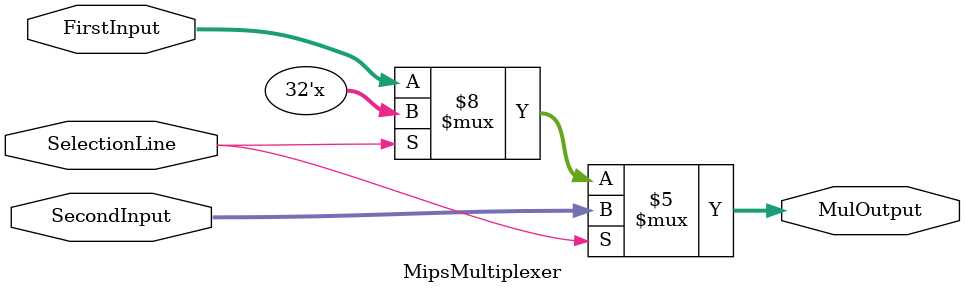
<source format=v>
`timescale 1ns / 1ps

module MipsMultiplexer(FirstInput,SecondInput,SelectionLine,MulOutput);

	// According to the project Documentation : 
	
	input [31:0] FirstInput;
	input [31:0] SecondInput;
	input SelectionLine;
	
	output reg[31:0] MulOutput;
	
	// Sensitive To All input and selectionLine
	always @(FirstInput or SecondInput or SelectionLine)
	      begin
				  if (SelectionLine == 0)
				      MulOutput = FirstInput;
						
				  if (SelectionLine == 1)
						MulOutput = SecondInput;
			end

endmodule

</source>
